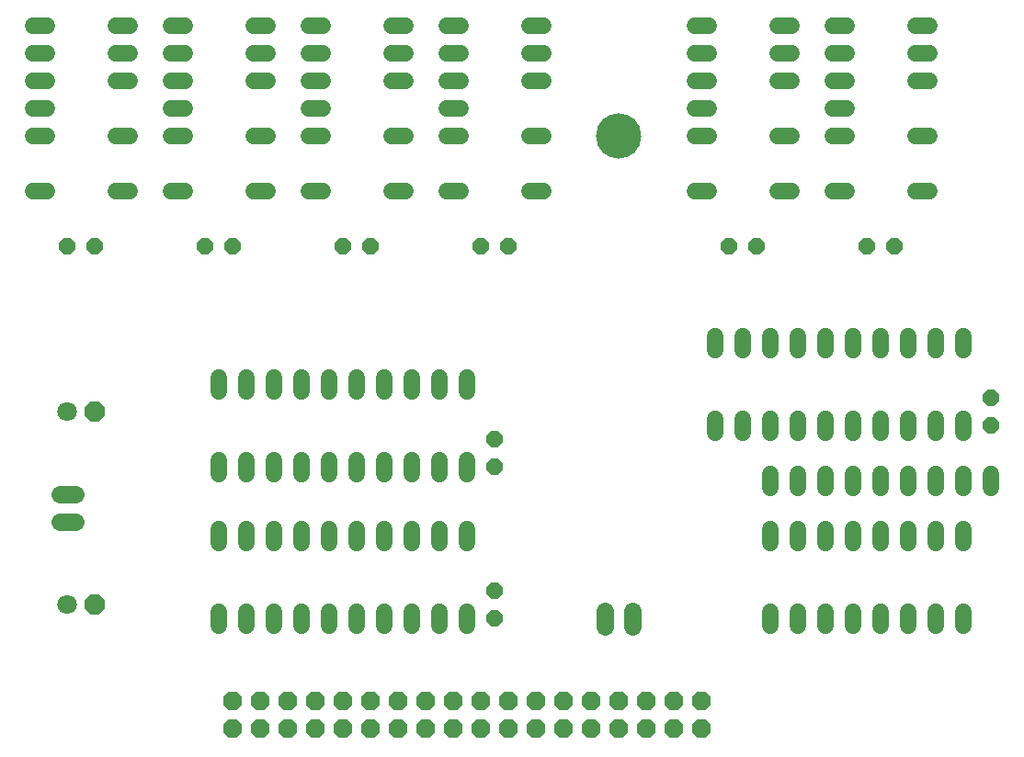
<source format=gts>
G04 EAGLE Gerber RS-274X export*
G75*
%MOMM*%
%FSLAX34Y34*%
%LPD*%
%INSoldermask Top*%
%IPPOS*%
%AMOC8*
5,1,8,0,0,1.08239X$1,22.5*%
G01*
%ADD10P,1.649562X8X112.500000*%
%ADD11C,1.524000*%
%ADD12C,4.165600*%
%ADD13P,1.869504X8X202.500000*%
%ADD14P,1.951982X8X22.500000*%
%ADD15C,1.803400*%
%ADD16C,1.625600*%
%ADD17P,1.649562X8X202.500000*%


D10*
X444500Y279400D03*
X444500Y304800D03*
X901700Y317500D03*
X901700Y342900D03*
X444500Y139700D03*
X444500Y165100D03*
D11*
X419100Y209296D02*
X419100Y222504D01*
X393700Y222504D02*
X393700Y209296D01*
X368300Y209296D02*
X368300Y222504D01*
X342900Y222504D02*
X342900Y209296D01*
X317500Y209296D02*
X317500Y222504D01*
X292100Y222504D02*
X292100Y209296D01*
X266700Y209296D02*
X266700Y222504D01*
X241300Y222504D02*
X241300Y209296D01*
X215900Y209296D02*
X215900Y222504D01*
X190500Y222504D02*
X190500Y209296D01*
X190500Y146304D02*
X190500Y133096D01*
X215900Y133096D02*
X215900Y146304D01*
X241300Y146304D02*
X241300Y133096D01*
X266700Y133096D02*
X266700Y146304D01*
X292100Y146304D02*
X292100Y133096D01*
X317500Y133096D02*
X317500Y146304D01*
X342900Y146304D02*
X342900Y133096D01*
X368300Y133096D02*
X368300Y146304D01*
X393700Y146304D02*
X393700Y133096D01*
X419100Y133096D02*
X419100Y146304D01*
X876300Y387096D02*
X876300Y400304D01*
X850900Y400304D02*
X850900Y387096D01*
X723900Y387096D02*
X723900Y400304D01*
X698500Y400304D02*
X698500Y387096D01*
X825500Y387096D02*
X825500Y400304D01*
X800100Y400304D02*
X800100Y387096D01*
X749300Y387096D02*
X749300Y400304D01*
X774700Y400304D02*
X774700Y387096D01*
X673100Y387096D02*
X673100Y400304D01*
X647700Y400304D02*
X647700Y387096D01*
X647700Y324104D02*
X647700Y310896D01*
X673100Y310896D02*
X673100Y324104D01*
X698500Y324104D02*
X698500Y310896D01*
X723900Y310896D02*
X723900Y324104D01*
X749300Y324104D02*
X749300Y310896D01*
X774700Y310896D02*
X774700Y324104D01*
X800100Y324104D02*
X800100Y310896D01*
X825500Y310896D02*
X825500Y324104D01*
X850900Y324104D02*
X850900Y310896D01*
X876300Y310896D02*
X876300Y324104D01*
X419100Y348996D02*
X419100Y362204D01*
X393700Y362204D02*
X393700Y348996D01*
X266700Y348996D02*
X266700Y362204D01*
X241300Y362204D02*
X241300Y348996D01*
X368300Y348996D02*
X368300Y362204D01*
X342900Y362204D02*
X342900Y348996D01*
X292100Y348996D02*
X292100Y362204D01*
X317500Y362204D02*
X317500Y348996D01*
X215900Y348996D02*
X215900Y362204D01*
X190500Y362204D02*
X190500Y348996D01*
X190500Y286004D02*
X190500Y272796D01*
X215900Y272796D02*
X215900Y286004D01*
X241300Y286004D02*
X241300Y272796D01*
X266700Y272796D02*
X266700Y286004D01*
X292100Y286004D02*
X292100Y272796D01*
X317500Y272796D02*
X317500Y286004D01*
X342900Y286004D02*
X342900Y272796D01*
X368300Y272796D02*
X368300Y286004D01*
X393700Y286004D02*
X393700Y272796D01*
X419100Y272796D02*
X419100Y286004D01*
X901700Y273304D02*
X901700Y260096D01*
X876300Y260096D02*
X876300Y273304D01*
X850900Y273304D02*
X850900Y260096D01*
X825500Y260096D02*
X825500Y273304D01*
X800100Y273304D02*
X800100Y260096D01*
X774700Y260096D02*
X774700Y273304D01*
X749300Y273304D02*
X749300Y260096D01*
X723900Y260096D02*
X723900Y273304D01*
X698500Y273304D02*
X698500Y260096D01*
X876300Y222504D02*
X876300Y209296D01*
X850900Y209296D02*
X850900Y222504D01*
X723900Y222504D02*
X723900Y209296D01*
X698500Y209296D02*
X698500Y222504D01*
X825500Y222504D02*
X825500Y209296D01*
X800100Y209296D02*
X800100Y222504D01*
X749300Y222504D02*
X749300Y209296D01*
X774700Y209296D02*
X774700Y222504D01*
X698500Y146304D02*
X698500Y133096D01*
X723900Y133096D02*
X723900Y146304D01*
X749300Y146304D02*
X749300Y133096D01*
X774700Y133096D02*
X774700Y146304D01*
X800100Y146304D02*
X800100Y133096D01*
X825500Y133096D02*
X825500Y146304D01*
X850900Y146304D02*
X850900Y133096D01*
X876300Y133096D02*
X876300Y146304D01*
D12*
X558800Y584200D03*
D13*
X635000Y63500D03*
X609600Y63500D03*
X584200Y63500D03*
X558800Y63500D03*
X533400Y63500D03*
X508000Y63500D03*
X635000Y38100D03*
X609600Y38100D03*
X584200Y38100D03*
X558800Y38100D03*
X533400Y38100D03*
X508000Y38100D03*
X482600Y63500D03*
X482600Y38100D03*
X457200Y63500D03*
X431800Y63500D03*
X406400Y63500D03*
X381000Y63500D03*
X355600Y63500D03*
X330200Y63500D03*
X457200Y38100D03*
X431800Y38100D03*
X406400Y38100D03*
X381000Y38100D03*
X355600Y38100D03*
X330200Y38100D03*
X304800Y63500D03*
X304800Y38100D03*
X279400Y63500D03*
X254000Y63500D03*
X228600Y63500D03*
X203200Y63500D03*
X279400Y38100D03*
X254000Y38100D03*
X228600Y38100D03*
X203200Y38100D03*
D11*
X32004Y685800D02*
X18796Y685800D01*
X18796Y660400D02*
X32004Y660400D01*
X32004Y635000D02*
X18796Y635000D01*
X18796Y609600D02*
X32004Y609600D01*
X32004Y584200D02*
X18796Y584200D01*
X18796Y533400D02*
X32004Y533400D01*
X94996Y533400D02*
X108204Y533400D01*
X108204Y584200D02*
X94996Y584200D01*
X94996Y635000D02*
X108204Y635000D01*
X108204Y660400D02*
X94996Y660400D01*
X94996Y685800D02*
X108204Y685800D01*
X145796Y685800D02*
X159004Y685800D01*
X159004Y660400D02*
X145796Y660400D01*
X145796Y635000D02*
X159004Y635000D01*
X159004Y609600D02*
X145796Y609600D01*
X145796Y584200D02*
X159004Y584200D01*
X159004Y533400D02*
X145796Y533400D01*
X221996Y533400D02*
X235204Y533400D01*
X235204Y584200D02*
X221996Y584200D01*
X221996Y635000D02*
X235204Y635000D01*
X235204Y660400D02*
X221996Y660400D01*
X221996Y685800D02*
X235204Y685800D01*
X272796Y685800D02*
X286004Y685800D01*
X286004Y660400D02*
X272796Y660400D01*
X272796Y635000D02*
X286004Y635000D01*
X286004Y609600D02*
X272796Y609600D01*
X272796Y584200D02*
X286004Y584200D01*
X286004Y533400D02*
X272796Y533400D01*
X348996Y533400D02*
X362204Y533400D01*
X362204Y584200D02*
X348996Y584200D01*
X348996Y635000D02*
X362204Y635000D01*
X362204Y660400D02*
X348996Y660400D01*
X348996Y685800D02*
X362204Y685800D01*
X399796Y685800D02*
X413004Y685800D01*
X413004Y660400D02*
X399796Y660400D01*
X399796Y635000D02*
X413004Y635000D01*
X413004Y609600D02*
X399796Y609600D01*
X399796Y584200D02*
X413004Y584200D01*
X413004Y533400D02*
X399796Y533400D01*
X475996Y533400D02*
X489204Y533400D01*
X489204Y584200D02*
X475996Y584200D01*
X475996Y635000D02*
X489204Y635000D01*
X489204Y660400D02*
X475996Y660400D01*
X475996Y685800D02*
X489204Y685800D01*
X628396Y685800D02*
X641604Y685800D01*
X641604Y660400D02*
X628396Y660400D01*
X628396Y635000D02*
X641604Y635000D01*
X641604Y609600D02*
X628396Y609600D01*
X628396Y584200D02*
X641604Y584200D01*
X641604Y533400D02*
X628396Y533400D01*
X704596Y533400D02*
X717804Y533400D01*
X717804Y584200D02*
X704596Y584200D01*
X704596Y635000D02*
X717804Y635000D01*
X717804Y660400D02*
X704596Y660400D01*
X704596Y685800D02*
X717804Y685800D01*
X755396Y685800D02*
X768604Y685800D01*
X768604Y660400D02*
X755396Y660400D01*
X755396Y635000D02*
X768604Y635000D01*
X768604Y609600D02*
X755396Y609600D01*
X755396Y584200D02*
X768604Y584200D01*
X768604Y533400D02*
X755396Y533400D01*
X831596Y533400D02*
X844804Y533400D01*
X844804Y584200D02*
X831596Y584200D01*
X831596Y635000D02*
X844804Y635000D01*
X844804Y660400D02*
X831596Y660400D01*
X831596Y685800D02*
X844804Y685800D01*
D14*
X76200Y330200D03*
D15*
X50800Y330200D03*
D16*
X57912Y254000D02*
X43688Y254000D01*
X43688Y228600D02*
X57912Y228600D01*
D14*
X76200Y152400D03*
D15*
X50800Y152400D03*
D17*
X76200Y482600D03*
X50800Y482600D03*
X203200Y482600D03*
X177800Y482600D03*
X330200Y482600D03*
X304800Y482600D03*
X457200Y482600D03*
X431800Y482600D03*
X685800Y482600D03*
X660400Y482600D03*
X812800Y482600D03*
X787400Y482600D03*
D16*
X546100Y146812D02*
X546100Y132588D01*
X571500Y132588D02*
X571500Y146812D01*
M02*

</source>
